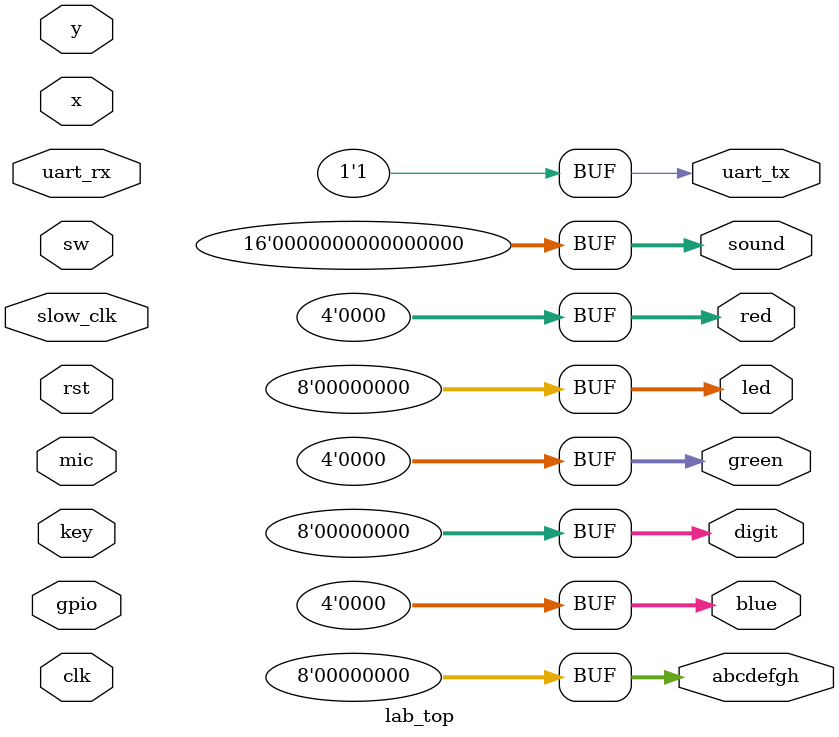
<source format=sv>
`include "config.svh"

module lab_top
# (
    parameter  clk_mhz       = 50,
               w_key         = 4,
               w_sw          = 8,
               w_led         = 8,
               w_digit       = 8,
               w_gpio        = 100,

               screen_width  = 640,
               screen_height = 480,

               w_red         = 4,
               w_green       = 4,
               w_blue        = 4,

               w_x           = $clog2 ( screen_width  ),
               w_y           = $clog2 ( screen_height )
)
(
    input                        clk,
    input                        slow_clk,
    input                        rst,

    // Keys, switches, LEDs

    input        [w_key   - 1:0] key,
    input        [w_sw    - 1:0] sw,
    output logic [w_led   - 1:0] led,

    // A dynamic seven-segment display

    output logic [          7:0] abcdefgh,
    output logic [w_digit - 1:0] digit,

    // Graphics

    input        [w_x     - 1:0] x,
    input        [w_y     - 1:0] y,

    output logic [w_red   - 1:0] red,
    output logic [w_green - 1:0] green,
    output logic [w_blue  - 1:0] blue,

    // Microphone, sound output and UART

    input        [         23:0] mic,
    output       [         15:0] sound,

    input                        uart_rx,
    output                       uart_tx,

    // General-purpose Input/Output

    inout        [w_gpio  - 1:0] gpio
);

    //------------------------------------------------------------------------

       assign led        = '0;
       assign abcdefgh   = '0;
       assign digit      = '0;
       assign red        = '0;
       assign green      = '0;
       assign blue       = '0;
       assign sound      = '0;
       assign uart_tx    = '1;

    //------------------------------------------------------------------------

endmodule

</source>
